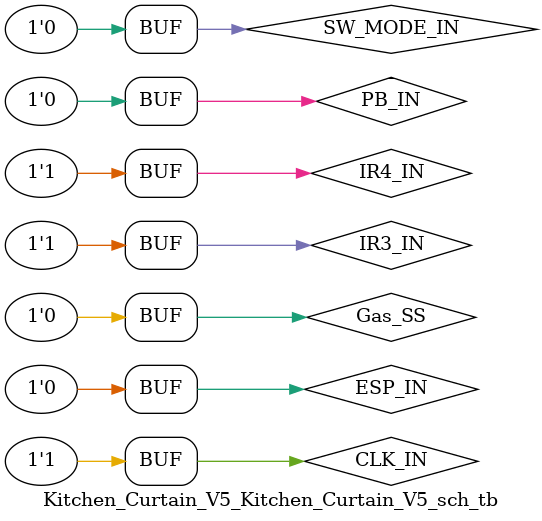
<source format=v>

`timescale 1ns / 1ps

module Kitchen_Curtain_V5_Kitchen_Curtain_V5_sch_tb();

// Inputs
   reg PB_IN;
   reg SW_MODE_IN;
   reg ESP_IN;
   reg IR3_IN;
   reg CLK_IN;
   reg Gas_SS;
   reg IR4_IN;

// Output
   wire BD1;
   wire BD2;
   wire BD3;
   wire BD4;

// Bidirs

// Instantiate the UUT
   Kitchen_Curtain_V5 UUT (
		.PB_IN(PB_IN), 
		.SW_MODE_IN(SW_MODE_IN), 
		.ESP_IN(ESP_IN), 
		.IR3_IN(IR3_IN), 
		.CLK_IN(CLK_IN), 
		.Gas_SS(Gas_SS), 
		.BD1(BD1), 
		.BD2(BD2), 
		.BD3(BD3), 
		.BD4(BD4), 
		.IR4_IN(IR4_IN)
   );
// Initialize Inputs
	initial begin
		SW_MODE_IN = 0;
		ESP_IN = 0;
		IR3_IN = 1;
		CLK_IN = 0;
		Gas_SS = 0;
		IR4_IN = 1;
		
		PB_IN = 1;
		CLK_IN = 1;
		#5;
		PB_IN = 0;
		#5;
		PB_IN = 1;
		CLK_IN = 1;
		#5;
		PB_IN = 0;
		#5;
		CLK_IN=0;
		#5;
		CLK_IN=1;
		#5;
		CLK_IN=0;
		#5;
		CLK_IN=1;
		#5;
		CLK_IN=0;
		#5;
		CLK_IN=1;
		#5;
		CLK_IN=0;
		#5;
		CLK_IN=1;
		#5;
		CLK_IN=0;
		#5;
		CLK_IN=1;
		#5;
		CLK_IN=0;
		#5;
		CLK_IN=1;
		#5;
		CLK_IN=0;
		#5;
		CLK_IN=1;
		#5;
		CLK_IN=0;
		#5;
		CLK_IN=1;
		#5;
		CLK_IN=0;
		#5;
		CLK_IN=1;
		#5;
		CLK_IN=0;
		#5;
		CLK_IN=1;
		#5;
		CLK_IN=0;
		#5;
		CLK_IN=1;
		#5;
	end
endmodule

</source>
